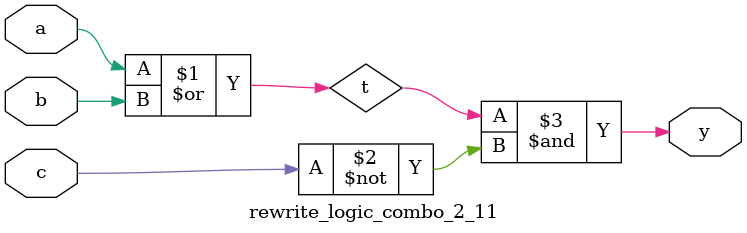
<source format=sv>
module rewrite_logic_combo_2_11(input logic a,b,c, output logic y);
  logic t;
  assign t = a | b;
  assign y = t & ~c;
endmodule

</source>
